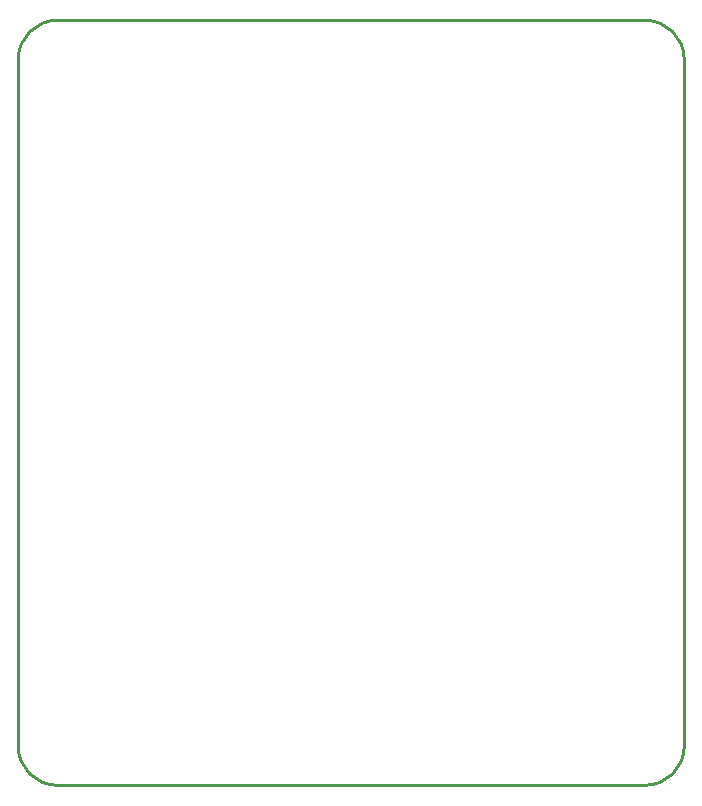
<source format=gko>
G04 Layer_Color=16711935*
%FSLAX25Y25*%
%MOIN*%
G70*
G01*
G75*
%ADD10C,0.01000*%
D10*
X-193000Y127000D02*
G03*
X-206000Y114000I0J-13000D01*
G01*
X16000D02*
G03*
X3000Y127000I-13000J0D01*
G01*
Y-128000D02*
G03*
X16000Y-115000I0J13000D01*
G01*
X-206000D02*
G03*
X-193000Y-128000I13000J0D01*
G01*
X-206000Y-115000D02*
Y114000D01*
X-193000Y127000D02*
X3000D01*
X16000Y-115000D02*
Y114000D01*
X-193000Y-128000D02*
X3000D01*
M02*

</source>
